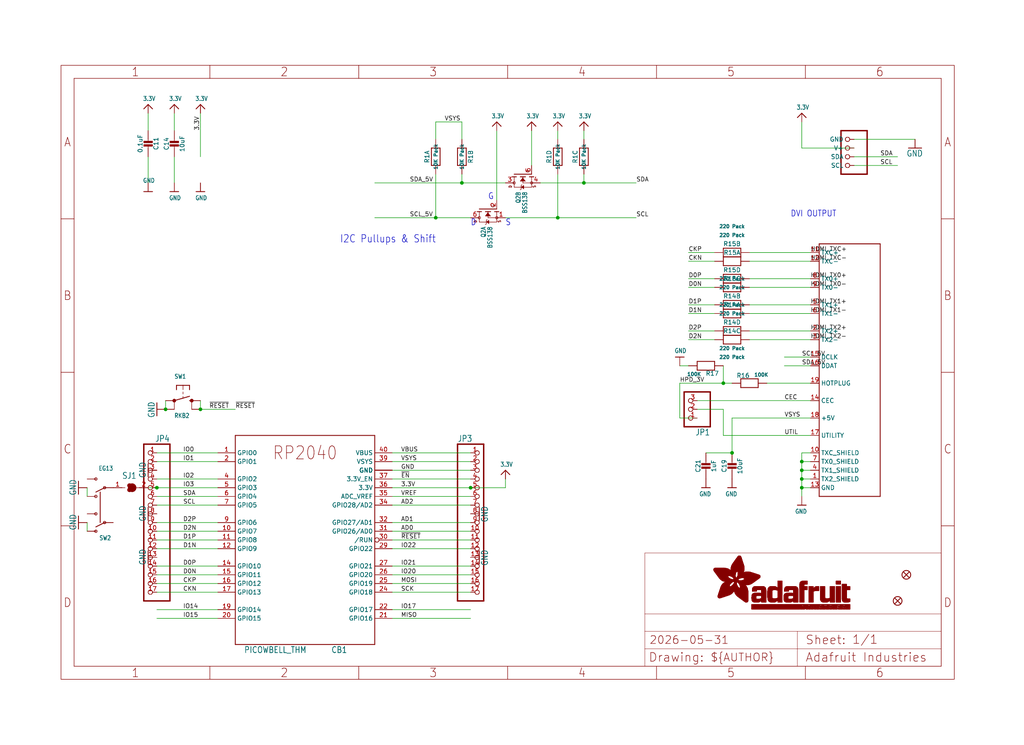
<source format=kicad_sch>
(kicad_sch (version 20230121) (generator eeschema)
  (paper "User" 298.45 217.322)
  (lib_symbols
    (symbol "working-eagle-import:3.3V" (power)
      (property "Value" "3.3V" (at -1.524 1.016 0))
      (symbol "3.3V_1_0"
        (pin power_in line (at 0 -2.54 90) (length 2.54) (name "3.3V") (number "1"))
      )
    )
    (symbol "working-eagle-import:CAP_CERAMIC0603_NO"
      (property "Reference" "C" (at -2.29 1.25 90))
      (symbol "CAP_CERAMIC0603_NO_1_0"
        (pin passive line (at 0 5.08 270) (length 2.54) (name "1") (number "1"))
        (pin passive line (at 0 -2.54 90) (length 2.54) (name "2") (number "2"))
      )
    )
    (symbol "working-eagle-import:CAP_CERAMIC0805-NOOUTLINE"
      (property "Reference" "C" (at -2.29 1.25 90))
      (symbol "CAP_CERAMIC0805-NOOUTLINE_1_0"
        (pin passive line (at 0 5.08 270) (length 2.54) (name "1") (number "1"))
        (pin passive line (at 0 -2.54 90) (length 2.54) (name "2") (number "2"))
      )
    )
    (symbol "working-eagle-import:FIDUCIAL_1MM")
    (symbol "working-eagle-import:FRAME_A4_ADAFRUIT"
      (symbol "FRAME_A4_ADAFRUIT_1_0"
        (text "${#}/${##}" (at 230.505 10.16 0) (effects (font (size 2.54 2.54)) (justify left bottom)))
        (text "${AUTHOR}" (at 189.23 5.08 0) (effects (font (size 2.286 2.286)) (justify left bottom)))
        (text "${CURRENT_DATE}" (at 171.45 10.16 0) (effects (font (size 2.286 2.286)) (justify left bottom)))
        (text "${PROJECTNAME}" (at 171.45 15.24 0) (effects (font (size 2.54 2.54)) (justify left bottom)))
        (text "1" (at 21.6958 1.905 0) (effects (font (size 2.54 2.286))))
        (text "1" (at 21.6958 177.165 0) (effects (font (size 2.54 2.286))))
        (text "2" (at 65.0875 1.905 0) (effects (font (size 2.54 2.286))))
        (text "2" (at 65.0875 177.165 0) (effects (font (size 2.54 2.286))))
        (text "3" (at 108.4792 1.905 0) (effects (font (size 2.54 2.286))))
        (text "3" (at 108.4792 177.165 0) (effects (font (size 2.54 2.286))))
        (text "4" (at 151.8708 1.905 0) (effects (font (size 2.54 2.286))))
        (text "4" (at 151.8708 177.165 0) (effects (font (size 2.54 2.286))))
        (text "5" (at 195.2625 1.905 0) (effects (font (size 2.54 2.286))))
        (text "5" (at 195.2625 177.165 0) (effects (font (size 2.54 2.286))))
        (text "6" (at 238.6542 1.905 0) (effects (font (size 2.54 2.286))))
        (text "6" (at 238.6542 177.165 0) (effects (font (size 2.54 2.286))))
        (text "A" (at 1.905 156.6863 0) (effects (font (size 2.54 2.286))))
        (text "A" (at 258.445 156.6863 0) (effects (font (size 2.54 2.286))))
        (text "Adafruit Industries" (at 216.916 4.953 0) (effects (font (size 2.54 2.54)) (justify left bottom)))
        (text "B" (at 1.905 111.9188 0) (effects (font (size 2.54 2.286))))
        (text "B" (at 258.445 111.9188 0) (effects (font (size 2.54 2.286))))
        (text "C" (at 1.905 67.1513 0) (effects (font (size 2.54 2.286))))
        (text "C" (at 258.445 67.1513 0) (effects (font (size 2.54 2.286))))
        (text "D" (at 1.905 22.3838 0) (effects (font (size 2.54 2.286))))
        (text "D" (at 258.445 22.3838 0) (effects (font (size 2.54 2.286))))
        (text "Drawing:" (at 171.196 4.953 0) (effects (font (size 2.54 2.54)) (justify left bottom)))
        (text "Sheet:" (at 216.916 10.033 0) (effects (font (size 2.54 2.54)) (justify left bottom)))
      )
    )
    (symbol "working-eagle-import:GND" (power)
      (property "Value" "GND" (at -1.524 -2.54 0))
      (symbol "GND_1_0"
        (pin power_in line (at 0 2.54 270) (length 2.54) (name "GND") (number "1"))
      )
    )
    (symbol "working-eagle-import:HDMI_MOLEX_47151_MINI"
      (symbol "HDMI_MOLEX_47151_MINI_1_0"
        (pin power_in line (at -12.7 -33.02 0) (length 2.54) (name "TX2_SHIELD") (number "1"))
        (pin power_in line (at -12.7 -25.4 0) (length 2.54) (name "TXC_SHIELD") (number "10"))
        (pin bidirectional line (at -12.7 33.02 0) (length 2.54) (name "TXC+") (number "11"))
        (pin bidirectional line (at -12.7 30.48 0) (length 2.54) (name "TXC-") (number "12"))
        (pin power_in line (at -12.7 -35.56 0) (length 2.54) (name "GND") (number "13"))
        (pin bidirectional line (at -12.7 -10.16 0) (length 2.54) (name "CEC") (number "14"))
        (pin bidirectional line (at -12.7 2.54 0) (length 2.54) (name "DCLK") (number "15"))
        (pin bidirectional line (at -12.7 0 0) (length 2.54) (name "DDAT") (number "16"))
        (pin bidirectional line (at -12.7 -20.32 0) (length 2.54) (name "UTILITY") (number "17"))
        (pin power_in line (at -12.7 -15.24 0) (length 2.54) (name "+5V") (number "18"))
        (pin bidirectional line (at -12.7 -5.08 0) (length 2.54) (name "HOTPLUG") (number "19"))
        (pin bidirectional line (at -12.7 10.16 0) (length 2.54) (name "TX2+") (number "2"))
        (pin bidirectional line (at -12.7 7.62 0) (length 2.54) (name "TX2-") (number "3"))
        (pin power_in line (at -12.7 -30.48 0) (length 2.54) (name "TX1_SHIELD") (number "4"))
        (pin bidirectional line (at -12.7 17.78 0) (length 2.54) (name "TX1+") (number "5"))
        (pin bidirectional line (at -12.7 15.24 0) (length 2.54) (name "TX1-") (number "6"))
        (pin power_in line (at -12.7 -27.94 0) (length 2.54) (name "TX0_SHIELD") (number "7"))
        (pin bidirectional line (at -12.7 25.4 0) (length 2.54) (name "TX0+") (number "8"))
        (pin bidirectional line (at -12.7 22.86 0) (length 2.54) (name "TX0-") (number "9"))
      )
      (symbol "HDMI_MOLEX_47151_MINI_2_0"
        (pin power_in line (at -7.62 2.54 90) (length 5.08) (name "GND@1") (number "MNT1"))
        (pin power_in line (at -5.08 2.54 90) (length 5.08) (name "GND@2") (number "MNT2"))
        (pin power_in line (at -2.54 2.54 90) (length 5.08) (name "GND@3") (number "MNT3"))
        (pin power_in line (at 0 2.54 90) (length 5.08) (name "GND@4") (number "MNT4"))
      )
    )
    (symbol "working-eagle-import:HEADER-1X17"
      (property "Reference" "JP" (at -1.27 23.495 0))
      (symbol "HEADER-1X17_1_0"
        (pin passive inverted (at 2.54 20.32 0) (length 2.54) (name "1") (number "1"))
        (pin passive inverted (at 2.54 -2.54 0) (length 2.54) (name "10") (number "10"))
        (pin passive inverted (at 2.54 -5.08 0) (length 2.54) (name "11") (number "11"))
        (pin passive inverted (at 2.54 -7.62 0) (length 2.54) (name "12") (number "12"))
        (pin passive inverted (at 2.54 -10.16 0) (length 2.54) (name "13") (number "13"))
        (pin passive inverted (at 2.54 -12.7 0) (length 2.54) (name "14") (number "14"))
        (pin passive inverted (at 2.54 -15.24 0) (length 2.54) (name "15") (number "15"))
        (pin passive inverted (at 2.54 -17.78 0) (length 2.54) (name "16") (number "16"))
        (pin passive inverted (at 2.54 -20.32 0) (length 2.54) (name "17") (number "17"))
        (pin passive inverted (at 2.54 17.78 0) (length 2.54) (name "2") (number "2"))
        (pin passive inverted (at 2.54 15.24 0) (length 2.54) (name "3") (number "3"))
        (pin passive inverted (at 2.54 12.7 0) (length 2.54) (name "4") (number "4"))
        (pin passive inverted (at 2.54 10.16 0) (length 2.54) (name "5") (number "5"))
        (pin passive inverted (at 2.54 7.62 0) (length 2.54) (name "6") (number "6"))
        (pin passive inverted (at 2.54 5.08 0) (length 2.54) (name "7") (number "7"))
        (pin passive inverted (at 2.54 2.54 0) (length 2.54) (name "8") (number "8"))
        (pin passive inverted (at 2.54 0 0) (length 2.54) (name "9") (number "9"))
      )
    )
    (symbol "working-eagle-import:HEADER-1X3ROUND"
      (property "Reference" "JP" (at -6.35 5.715 0))
      (symbol "HEADER-1X3ROUND_1_0"
        (pin passive inverted (at -2.54 2.54 0) (length 2.54) (name "1") (number "1"))
        (pin passive inverted (at -2.54 0 0) (length 2.54) (name "2") (number "2"))
        (pin passive inverted (at -2.54 -2.54 0) (length 2.54) (name "3") (number "3"))
      )
    )
    (symbol "working-eagle-import:MOSFET-N_DUAL"
      (property "Reference" "Q" (at 5.08 0.635 0))
      (symbol "MOSFET-N_DUAL_1_0"
        (text "D" (at 3.175 3.175 0) (effects (font (size 0.8128 0.6908)) (justify left bottom)))
        (text "G" (at -1.27 -1.905 0) (effects (font (size 0.8128 0.6908)) (justify left bottom)))
        (text "S" (at 3.175 -3.81 0) (effects (font (size 0.8128 0.6908)) (justify left bottom)))
        (pin bidirectional line (at 2.54 -5.08 90) (length 2.54) (name "S") (number "1"))
        (pin bidirectional line (at -2.54 -2.54 0) (length 2.54) (name "G") (number "2"))
        (pin bidirectional line (at 2.54 5.08 270) (length 2.54) (name "D") (number "6"))
      )
      (symbol "MOSFET-N_DUAL_2_0"
        (text "D" (at 3.175 3.175 0) (effects (font (size 0.8128 0.6908)) (justify left bottom)))
        (text "G" (at -1.27 -1.905 0) (effects (font (size 0.8128 0.6908)) (justify left bottom)))
        (text "S" (at 3.175 -3.81 0) (effects (font (size 0.8128 0.6908)) (justify left bottom)))
        (pin bidirectional line (at 2.54 5.08 270) (length 2.54) (name "D") (number "3"))
        (pin bidirectional line (at 2.54 -5.08 90) (length 2.54) (name "S") (number "4"))
        (pin bidirectional line (at -2.54 -2.54 0) (length 2.54) (name "G") (number "5"))
      )
    )
    (symbol "working-eagle-import:PICOWBELL_THM"
      (property "Reference" "CB" (at 7.62 -33.02 0))
      (symbol "PICOWBELL_THM_1_0"
        (text "RP2040" (at 0 25.4 0) (effects (font (size 3.81 3.2385))))
        (pin bidirectional line (at -25.4 25.4 0) (length 5.08) (name "GPIO0") (number "1"))
        (pin bidirectional line (at -25.4 2.54 0) (length 5.08) (name "GPIO7") (number "10"))
        (pin bidirectional line (at -25.4 0 0) (length 5.08) (name "GPIO8") (number "11"))
        (pin bidirectional line (at -25.4 -2.54 0) (length 5.08) (name "GPIO9") (number "12"))
        (pin power_in line (at 25.4 20.32 180) (length 5.08) (name "GND") (number "13"))
        (pin bidirectional line (at -25.4 -7.62 0) (length 5.08) (name "GPIO10") (number "14"))
        (pin bidirectional line (at -25.4 -10.16 0) (length 5.08) (name "GPIO11") (number "15"))
        (pin bidirectional line (at -25.4 -12.7 0) (length 5.08) (name "GPIO12") (number "16"))
        (pin bidirectional line (at -25.4 -15.24 0) (length 5.08) (name "GPIO13") (number "17"))
        (pin power_in line (at 25.4 20.32 180) (length 5.08) (name "GND") (number "18"))
        (pin bidirectional line (at -25.4 -20.32 0) (length 5.08) (name "GPIO14") (number "19"))
        (pin bidirectional line (at -25.4 22.86 0) (length 5.08) (name "GPIO1") (number "2"))
        (pin bidirectional line (at -25.4 -22.86 0) (length 5.08) (name "GPIO15") (number "20"))
        (pin bidirectional line (at 25.4 -22.86 180) (length 5.08) (name "GPIO16") (number "21"))
        (pin bidirectional line (at 25.4 -20.32 180) (length 5.08) (name "GPIO17") (number "22"))
        (pin power_in line (at 25.4 20.32 180) (length 5.08) (name "GND") (number "23"))
        (pin bidirectional line (at 25.4 -15.24 180) (length 5.08) (name "GPIO18") (number "24"))
        (pin bidirectional line (at 25.4 -12.7 180) (length 5.08) (name "GPIO19") (number "25"))
        (pin bidirectional line (at 25.4 -10.16 180) (length 5.08) (name "GPIO20") (number "26"))
        (pin bidirectional line (at 25.4 -7.62 180) (length 5.08) (name "GPIO21") (number "27"))
        (pin power_in line (at 25.4 20.32 180) (length 5.08) (name "GND") (number "28"))
        (pin bidirectional line (at 25.4 -2.54 180) (length 5.08) (name "GPIO22") (number "29"))
        (pin power_in line (at 25.4 20.32 180) (length 5.08) (name "GND") (number "3"))
        (pin bidirectional inverted (at 25.4 0 180) (length 5.08) (name "/RUN") (number "30"))
        (pin bidirectional line (at 25.4 2.54 180) (length 5.08) (name "GPIO26/AD0") (number "31"))
        (pin bidirectional line (at 25.4 5.08 180) (length 5.08) (name "GPIO27/AD1") (number "32"))
        (pin power_in line (at 25.4 20.32 180) (length 5.08) (name "GND") (number "33"))
        (pin bidirectional line (at 25.4 10.16 180) (length 5.08) (name "GPIO28/AD2") (number "34"))
        (pin passive line (at 25.4 12.7 180) (length 5.08) (name "ADC_VREF") (number "35"))
        (pin power_in line (at 25.4 15.24 180) (length 5.08) (name "3.3V") (number "36"))
        (pin passive line (at 25.4 17.78 180) (length 5.08) (name "3.3V_EN") (number "37"))
        (pin power_in line (at 25.4 20.32 180) (length 5.08) (name "GND") (number "38"))
        (pin power_in line (at 25.4 22.86 180) (length 5.08) (name "VSYS") (number "39"))
        (pin bidirectional line (at -25.4 17.78 0) (length 5.08) (name "GPIO2") (number "4"))
        (pin power_in line (at 25.4 25.4 180) (length 5.08) (name "VBUS") (number "40"))
        (pin bidirectional line (at -25.4 15.24 0) (length 5.08) (name "GPIO3") (number "5"))
        (pin bidirectional line (at -25.4 12.7 0) (length 5.08) (name "GPIO4") (number "6"))
        (pin bidirectional line (at -25.4 10.16 0) (length 5.08) (name "GPIO5") (number "7"))
        (pin power_in line (at 25.4 20.32 180) (length 5.08) (name "GND") (number "8"))
        (pin bidirectional line (at -25.4 5.08 0) (length 5.08) (name "GPIO6") (number "9"))
      )
    )
    (symbol "working-eagle-import:RESISTOR_0603_NOOUT"
      (property "Reference" "R" (at 0 2.54 0))
      (symbol "RESISTOR_0603_NOOUT_1_0"
        (pin passive line (at -5.08 0 0) (length 2.54) (name "1") (number "1"))
        (pin passive line (at 5.08 0 180) (length 2.54) (name "2") (number "2"))
      )
    )
    (symbol "working-eagle-import:RESISTOR_4PACK"
      (property "Reference" "R" (at 0 2.54 0))
      (symbol "RESISTOR_4PACK_1_0"
        (pin passive line (at -5.08 0 0) (length 2.54) (name "1") (number "1"))
        (pin passive line (at 5.08 0 180) (length 2.54) (name "2") (number "8"))
      )
      (symbol "RESISTOR_4PACK_2_0"
        (pin passive line (at -5.08 0 0) (length 2.54) (name "1") (number "2"))
        (pin passive line (at 5.08 0 180) (length 2.54) (name "2") (number "7"))
      )
      (symbol "RESISTOR_4PACK_3_0"
        (pin passive line (at -5.08 0 0) (length 2.54) (name "1") (number "3"))
        (pin passive line (at 5.08 0 180) (length 2.54) (name "2") (number "6"))
      )
      (symbol "RESISTOR_4PACK_4_0"
        (pin passive line (at -5.08 0 0) (length 2.54) (name "1") (number "4"))
        (pin passive line (at 5.08 0 180) (length 2.54) (name "2") (number "5"))
      )
    )
    (symbol "working-eagle-import:SOLDERJUMPER_CLOSED"
      (property "Reference" "SJ" (at -2.54 2.54 0))
      (symbol "SOLDERJUMPER_CLOSED_1_0"
        (pin passive line (at -5.08 0 0) (length 2.54) (name "1") (number "1"))
        (pin passive line (at 5.08 0 180) (length 2.54) (name "2") (number "2"))
      )
    )
    (symbol "working-eagle-import:STEMMA_I2C_QT"
      (symbol "STEMMA_I2C_QT_1_0"
        (pin passive inverted (at 0 5.08 0) (length 2.54) (name "GND") (number "1"))
        (pin passive inverted (at 0 2.54 0) (length 2.54) (name "V+") (number "2"))
        (pin passive inverted (at 0 0 0) (length 2.54) (name "SDA") (number "3"))
        (pin passive inverted (at 0 -2.54 0) (length 2.54) (name "SCL") (number "4"))
      )
      (symbol "STEMMA_I2C_QT_2_0"
        (pin bidirectional line (at 0 0 0) (length 5.08) (name "MT") (number "MT1"))
      )
      (symbol "STEMMA_I2C_QT_3_0"
        (pin bidirectional line (at 0 0 0) (length 5.08) (name "MT") (number "MT2"))
      )
    )
    (symbol "working-eagle-import:SWITCH_DPDTEG1390"
      (property "Reference" "SW" (at -4.445 8.89 0))
      (symbol "SWITCH_DPDTEG1390_1_0"
        (pin passive line (at 2.54 7.62 180) (length 2.54) (name "O1") (number "O1"))
        (pin passive line (at 2.54 -2.54 180) (length 2.54) (name "O2") (number "O2"))
        (pin passive line (at -5.08 5.08 0) (length 2.54) (name "P1") (number "P1"))
        (pin passive line (at -5.08 -5.08 0) (length 2.54) (name "P2") (number "P2"))
        (pin passive line (at 2.54 2.54 180) (length 2.54) (name "S1") (number "S1"))
        (pin passive line (at 2.54 -7.62 180) (length 2.54) (name "S2") (number "S2"))
      )
    )
    (symbol "working-eagle-import:SWITCH_TACT_SMT_RKB2"
      (property "Reference" "SW" (at -2.54 6.35 0))
      (symbol "SWITCH_TACT_SMT_RKB2_1_0"
        (pin passive line (at -5.08 0 0) (length 2.54) (name "P") (number "A"))
        (pin passive line (at -5.08 -2.54 0) (length 2.54) (name "P1") (number "A'"))
        (pin passive line (at 5.08 0 180) (length 2.54) (name "S") (number "B"))
        (pin passive line (at 5.08 -2.54 180) (length 2.54) (name "S1") (number "B'"))
      )
    )
    (symbol "working-eagle-import:adafruit_power_3.3V" (power)
      (property "Value" "adafruit_power_3.3V" (at -1.524 1.016 0))
      (symbol "adafruit_power_3.3V_1_0"
        (pin power_in line (at 0 -2.54 90) (length 2.54) (name "3.3V") (number "1"))
      )
    )
    (symbol "working-eagle-import:supply1_GND" (power)
      (property "Value" "supply1_GND" (at -2.54 -2.54 0))
      (symbol "supply1_GND_1_0"
        (pin power_in line (at 0 2.54 270) (length 2.54) (name "GND") (number "1"))
      )
    )
  )
  (junction (at 45.72 142.24))
  (junction (at 58.42 119.38))
  (junction (at 233.68 134.62))
  (junction (at 127 63.5))
  (junction (at 162.56 63.5))
  (junction (at 210.82 111.76))
  (junction (at 48.26 119.38))
  (junction (at 213.36 132.08))
  (junction (at 137.16 142.24))
  (junction (at 233.68 137.16))
  (junction (at 170.18 53.34))
  (junction (at 233.68 139.7))
  (junction (at 233.68 142.24))
  (junction (at 134.62 53.34))
  (wire (pts (xy 137.16 147.32) (xy 114.3 147.32)) (stroke (width 0.1524)))
  (wire (pts (xy 127 35.56) (xy 127 40.64)) (stroke (width 0.1524)))
  (wire (pts (xy 236.22 132.08) (xy 233.68 132.08)) (stroke (width 0.1524)))
  (wire (pts (xy 205.74 132.08) (xy 213.36 132.08)) (stroke (width 0.1524)))
  (wire (pts (xy 137.16 139.7) (xy 114.3 139.7)) (stroke (width 0.1524)))
  (wire (pts (xy 134.62 40.64) (xy 134.62 35.56)) (stroke (width 0.1524)))
  (wire (pts (xy 162.56 63.5) (xy 185.42 63.5)) (stroke (width 0.1524)))
  (wire (pts (xy 45.72 144.78) (xy 63.5 144.78)) (stroke (width 0.1524)))
  (wire (pts (xy 137.16 180.34) (xy 114.3 180.34)) (stroke (width 0.1524)))
  (wire (pts (xy 236.22 88.9) (xy 218.44 88.9)) (stroke (width 0.1524)))
  (wire (pts (xy 50.8 45.72) (xy 50.8 53.34)) (stroke (width 0.1524)))
  (wire (pts (xy 208.28 96.52) (xy 200.66 96.52)) (stroke (width 0.1524)))
  (wire (pts (xy 127 63.5) (xy 109.22 63.5)) (stroke (width 0.1524)))
  (wire (pts (xy 162.56 40.64) (xy 162.56 38.1)) (stroke (width 0.1524)))
  (wire (pts (xy 210.82 111.76) (xy 213.36 111.76)) (stroke (width 0.1524)))
  (wire (pts (xy 170.18 50.8) (xy 170.18 53.34)) (stroke (width 0.1524)))
  (wire (pts (xy 137.16 170.18) (xy 114.3 170.18)) (stroke (width 0.1524)))
  (wire (pts (xy 208.28 91.44) (xy 200.66 91.44)) (stroke (width 0.1524)))
  (wire (pts (xy 50.8 33.02) (xy 50.8 38.1)) (stroke (width 0.1524)))
  (wire (pts (xy 43.18 38.1) (xy 43.18 33.02)) (stroke (width 0.1524)))
  (wire (pts (xy 208.28 73.66) (xy 200.66 73.66)) (stroke (width 0.1524)))
  (wire (pts (xy 200.66 99.06) (xy 208.28 99.06)) (stroke (width 0.1524)))
  (wire (pts (xy 233.68 142.24) (xy 233.68 144.78)) (stroke (width 0.1524)))
  (wire (pts (xy 236.22 137.16) (xy 233.68 137.16)) (stroke (width 0.1524)))
  (wire (pts (xy 170.18 53.34) (xy 185.42 53.34)) (stroke (width 0.1524)))
  (wire (pts (xy 137.16 160.02) (xy 114.3 160.02)) (stroke (width 0.1524)))
  (wire (pts (xy 137.16 157.48) (xy 114.3 157.48)) (stroke (width 0.1524)))
  (wire (pts (xy 137.16 154.94) (xy 114.3 154.94)) (stroke (width 0.1524)))
  (wire (pts (xy 233.68 134.62) (xy 233.68 137.16)) (stroke (width 0.1524)))
  (wire (pts (xy 45.72 180.34) (xy 63.5 180.34)) (stroke (width 0.1524)))
  (wire (pts (xy 147.32 53.34) (xy 134.62 53.34)) (stroke (width 0.1524)))
  (wire (pts (xy 147.32 63.5) (xy 162.56 63.5)) (stroke (width 0.1524)))
  (wire (pts (xy 43.18 53.34) (xy 43.18 45.72)) (stroke (width 0.1524)))
  (wire (pts (xy 137.16 152.4) (xy 114.3 152.4)) (stroke (width 0.1524)))
  (wire (pts (xy 25.4 154.94) (xy 25.4 152.4)) (stroke (width 0.1524)))
  (wire (pts (xy 210.82 119.38) (xy 210.82 127)) (stroke (width 0.1524)))
  (wire (pts (xy 236.22 73.66) (xy 218.44 73.66)) (stroke (width 0.1524)))
  (wire (pts (xy 200.66 106.68) (xy 198.12 106.68)) (stroke (width 0.1524)))
  (wire (pts (xy 45.72 165.1) (xy 63.5 165.1)) (stroke (width 0.1524)))
  (wire (pts (xy 233.68 139.7) (xy 233.68 142.24)) (stroke (width 0.1524)))
  (wire (pts (xy 43.18 142.24) (xy 45.72 142.24)) (stroke (width 0.1524)))
  (wire (pts (xy 45.72 177.8) (xy 63.5 177.8)) (stroke (width 0.1524)))
  (wire (pts (xy 236.22 81.28) (xy 218.44 81.28)) (stroke (width 0.1524)))
  (wire (pts (xy 157.48 53.34) (xy 170.18 53.34)) (stroke (width 0.1524)))
  (wire (pts (xy 248.92 43.18) (xy 233.68 43.18)) (stroke (width 0.1524)))
  (wire (pts (xy 134.62 50.8) (xy 134.62 53.34)) (stroke (width 0.1524)))
  (wire (pts (xy 127 50.8) (xy 127 63.5)) (stroke (width 0.1524)))
  (wire (pts (xy 233.68 137.16) (xy 233.68 139.7)) (stroke (width 0.1524)))
  (wire (pts (xy 137.16 132.08) (xy 114.3 132.08)) (stroke (width 0.1524)))
  (wire (pts (xy 203.2 119.38) (xy 210.82 119.38)) (stroke (width 0.1524)))
  (wire (pts (xy 236.22 104.14) (xy 228.6 104.14)) (stroke (width 0.1524)))
  (wire (pts (xy 208.28 83.82) (xy 200.66 83.82)) (stroke (width 0.1524)))
  (wire (pts (xy 134.62 35.56) (xy 127 35.56)) (stroke (width 0.1524)))
  (wire (pts (xy 213.36 132.08) (xy 213.36 121.92)) (stroke (width 0.1524)))
  (wire (pts (xy 203.2 116.84) (xy 236.22 116.84)) (stroke (width 0.1524)))
  (wire (pts (xy 208.28 88.9) (xy 200.66 88.9)) (stroke (width 0.1524)))
  (wire (pts (xy 45.72 160.02) (xy 63.5 160.02)) (stroke (width 0.1524)))
  (wire (pts (xy 248.92 45.72) (xy 261.62 45.72)) (stroke (width 0.1524)))
  (wire (pts (xy 236.22 139.7) (xy 233.68 139.7)) (stroke (width 0.1524)))
  (wire (pts (xy 200.66 76.2) (xy 208.28 76.2)) (stroke (width 0.1524)))
  (wire (pts (xy 208.28 81.28) (xy 200.66 81.28)) (stroke (width 0.1524)))
  (wire (pts (xy 213.36 121.92) (xy 236.22 121.92)) (stroke (width 0.1524)))
  (wire (pts (xy 134.62 53.34) (xy 109.22 53.34)) (stroke (width 0.1524)))
  (wire (pts (xy 248.92 48.26) (xy 261.62 48.26)) (stroke (width 0.1524)))
  (wire (pts (xy 233.68 132.08) (xy 233.68 134.62)) (stroke (width 0.1524)))
  (wire (pts (xy 248.92 40.64) (xy 266.7 40.64)) (stroke (width 0.1524)))
  (wire (pts (xy 45.72 157.48) (xy 63.5 157.48)) (stroke (width 0.1524)))
  (wire (pts (xy 137.16 177.8) (xy 114.3 177.8)) (stroke (width 0.1524)))
  (wire (pts (xy 236.22 83.82) (xy 218.44 83.82)) (stroke (width 0.1524)))
  (wire (pts (xy 210.82 111.76) (xy 210.82 106.68)) (stroke (width 0.1524)))
  (wire (pts (xy 45.72 132.08) (xy 63.5 132.08)) (stroke (width 0.1524)))
  (wire (pts (xy 58.42 116.84) (xy 58.42 119.38)) (stroke (width 0.1524)))
  (wire (pts (xy 45.72 154.94) (xy 63.5 154.94)) (stroke (width 0.1524)))
  (wire (pts (xy 233.68 43.18) (xy 233.68 35.56)) (stroke (width 0.1524)))
  (wire (pts (xy 236.22 142.24) (xy 233.68 142.24)) (stroke (width 0.1524)))
  (wire (pts (xy 137.16 142.24) (xy 114.3 142.24)) (stroke (width 0.1524)))
  (wire (pts (xy 170.18 40.64) (xy 170.18 38.1)) (stroke (width 0.1524)))
  (wire (pts (xy 203.2 121.92) (xy 198.12 121.92)) (stroke (width 0.1524)))
  (wire (pts (xy 45.72 170.18) (xy 63.5 170.18)) (stroke (width 0.1524)))
  (wire (pts (xy 236.22 76.2) (xy 218.44 76.2)) (stroke (width 0.1524)))
  (wire (pts (xy 45.72 172.72) (xy 63.5 172.72)) (stroke (width 0.1524)))
  (wire (pts (xy 162.56 50.8) (xy 162.56 63.5)) (stroke (width 0.1524)))
  (wire (pts (xy 210.82 127) (xy 236.22 127)) (stroke (width 0.1524)))
  (wire (pts (xy 58.42 45.72) (xy 58.42 33.02)) (stroke (width 0.1524)))
  (wire (pts (xy 236.22 91.44) (xy 218.44 91.44)) (stroke (width 0.1524)))
  (wire (pts (xy 45.72 134.62) (xy 63.5 134.62)) (stroke (width 0.1524)))
  (wire (pts (xy 137.16 144.78) (xy 114.3 144.78)) (stroke (width 0.1524)))
  (wire (pts (xy 45.72 152.4) (xy 63.5 152.4)) (stroke (width 0.1524)))
  (wire (pts (xy 154.94 48.26) (xy 154.94 38.1)) (stroke (width 0.1524)))
  (wire (pts (xy 137.16 165.1) (xy 114.3 165.1)) (stroke (width 0.1524)))
  (wire (pts (xy 236.22 134.62) (xy 233.68 134.62)) (stroke (width 0.1524)))
  (wire (pts (xy 45.72 167.64) (xy 63.5 167.64)) (stroke (width 0.1524)))
  (wire (pts (xy 198.12 111.76) (xy 210.82 111.76)) (stroke (width 0.1524)))
  (wire (pts (xy 223.52 111.76) (xy 236.22 111.76)) (stroke (width 0.1524)))
  (wire (pts (xy 198.12 121.92) (xy 198.12 111.76)) (stroke (width 0.1524)))
  (wire (pts (xy 137.16 142.24) (xy 147.32 142.24)) (stroke (width 0.1524)))
  (wire (pts (xy 137.16 134.62) (xy 114.3 134.62)) (stroke (width 0.1524)))
  (wire (pts (xy 236.22 99.06) (xy 218.44 99.06)) (stroke (width 0.1524)))
  (wire (pts (xy 45.72 142.24) (xy 63.5 142.24)) (stroke (width 0.1524)))
  (wire (pts (xy 45.72 147.32) (xy 63.5 147.32)) (stroke (width 0.1524)))
  (wire (pts (xy 137.16 63.5) (xy 127 63.5)) (stroke (width 0.1524)))
  (wire (pts (xy 137.16 137.16) (xy 114.3 137.16)) (stroke (width 0.1524)))
  (wire (pts (xy 58.42 119.38) (xy 68.58 119.38)) (stroke (width 0.1524)))
  (wire (pts (xy 137.16 172.72) (xy 114.3 172.72)) (stroke (width 0.1524)))
  (wire (pts (xy 144.78 58.42) (xy 144.78 38.1)) (stroke (width 0.1524)))
  (wire (pts (xy 228.6 106.68) (xy 236.22 106.68)) (stroke (width 0.1524)))
  (wire (pts (xy 236.22 96.52) (xy 218.44 96.52)) (stroke (width 0.1524)))
  (wire (pts (xy 147.32 142.24) (xy 147.32 139.7)) (stroke (width 0.1524)))
  (wire (pts (xy 137.16 167.64) (xy 114.3 167.64)) (stroke (width 0.1524)))
  (wire (pts (xy 48.26 119.38) (xy 48.26 116.84)) (stroke (width 0.1524)))
  (wire (pts (xy 45.72 139.7) (xy 63.5 139.7)) (stroke (width 0.1524)))
  (wire (pts (xy 25.4 144.78) (xy 25.4 142.24)) (stroke (width 0.1524)))
  (text "G" (at 142.24 58.42 0) (effects (font (size 1.778 1.5113)) (justify left bottom)))
  (text "I2C Pullups & Shift" (at 99.06 71.12 0) (effects (font (size 2.1844 1.8567)) (justify left bottom)))
  (text "S" (at 147.32 66.04 0) (effects (font (size 1.778 1.5113)) (justify left bottom)))
  (text "D" (at 137.16 66.04 0) (effects (font (size 1.778 1.5113)) (justify left bottom)))
  (text "DVI OUTPUT" (at 243.84 63.5 0) (effects (font (size 1.778 1.5113)) (justify right bottom)))
  (label "SCL_5V" (at 233.68 104.14 0) (effects (font (size 1.2446 1.2446))))
  (label "D0N" (at 53.34 167.64 0) (effects (font (size 1.2446 1.2446))))
  (label "AD0" (at 116.84 154.94 0) (effects (font (size 1.2446 1.2446))))
  (label "SCL" (at 53.34 147.32 0) (effects (font (size 1.2446 1.2446))))
  (label "D2N" (at 53.34 154.94 0) (effects (font (size 1.2446 1.2446))))
  (label "HDMI_TXC-" (at 236.22 76.2 0) (effects (font (size 1.2446 1.2446))))
  (label "HDMI_TX0-" (at 236.22 83.82 0) (effects (font (size 1.2446 1.2446))))
  (label "VBUS" (at 116.84 132.08 0) (effects (font (size 1.2446 1.2446))))
  (label "CKP" (at 200.66 73.66 0) (effects (font (size 1.2446 1.2446))))
  (label "IO21" (at 116.84 165.1 0) (effects (font (size 1.2446 1.2446))))
  (label "HDMI_TXC+" (at 236.22 73.66 0) (effects (font (size 1.2446 1.2446))))
  (label "HDMI_TX1+" (at 236.22 88.9 0) (effects (font (size 1.2446 1.2446))))
  (label "3.3V" (at 58.42 38.1 90) (effects (font (size 1.2446 1.2446))))
  (label "~{RESET}" (at 116.84 157.48 0) (effects (font (size 1.2446 1.2446))))
  (label "IO17" (at 116.84 177.8 0) (effects (font (size 1.2446 1.2446))))
  (label "AD2" (at 116.84 147.32 0) (effects (font (size 1.2446 1.2446))))
  (label "SCK" (at 116.84 172.72 0) (effects (font (size 1.2446 1.2446))))
  (label "IO0" (at 53.34 132.08 0) (effects (font (size 1.2446 1.2446))))
  (label "VSYS" (at 116.84 134.62 0) (effects (font (size 1.2446 1.2446))))
  (label "SCL" (at 256.54 48.26 0) (effects (font (size 1.2446 1.2446))))
  (label "D0N" (at 200.66 83.82 0) (effects (font (size 1.2446 1.2446))))
  (label "CKN" (at 53.34 172.72 0) (effects (font (size 1.2446 1.2446))))
  (label "MISO" (at 116.84 180.34 0) (effects (font (size 1.2446 1.2446))))
  (label "D1P" (at 200.66 88.9 0) (effects (font (size 1.2446 1.2446))))
  (label "SDA" (at 185.42 53.34 0) (effects (font (size 1.2446 1.2446))))
  (label "~{RESET}" (at 60.96 119.38 0) (effects (font (size 1.2446 1.2446))))
  (label "AD1" (at 116.84 152.4 0) (effects (font (size 1.2446 1.2446))))
  (label "VSYS" (at 129.54 35.56 0) (effects (font (size 1.2446 1.2446))))
  (label "D2P" (at 200.66 96.52 0) (effects (font (size 1.2446 1.2446))))
  (label "SDA_5V" (at 233.68 106.68 0) (effects (font (size 1.2446 1.2446))))
  (label "VSYS" (at 228.6 121.92 0) (effects (font (size 1.2446 1.2446))))
  (label "D1N" (at 53.34 160.02 0) (effects (font (size 1.2446 1.2446))))
  (label "IO3" (at 53.34 142.24 0) (effects (font (size 1.2446 1.2446))))
  (label "IO22" (at 116.84 160.02 0) (effects (font (size 1.2446 1.2446))))
  (label "IO1" (at 53.34 134.62 0) (effects (font (size 1.2446 1.2446))))
  (label "D2P" (at 53.34 152.4 0) (effects (font (size 1.2446 1.2446))))
  (label "SCL_5V" (at 119.38 63.5 0) (effects (font (size 1.2446 1.2446))))
  (label "~{RESET}" (at 68.58 119.38 0) (effects (font (size 1.2446 1.2446))))
  (label "D0P" (at 53.34 165.1 0) (effects (font (size 1.2446 1.2446))))
  (label "D2N" (at 200.66 99.06 0) (effects (font (size 1.2446 1.2446))))
  (label "VREF" (at 116.84 144.78 0) (effects (font (size 1.2446 1.2446))))
  (label "HDMI_TX0+" (at 236.22 81.28 0) (effects (font (size 1.2446 1.2446))))
  (label "D0P" (at 200.66 81.28 0) (effects (font (size 1.2446 1.2446))))
  (label "D1N" (at 200.66 91.44 0) (effects (font (size 1.2446 1.2446))))
  (label "IO15" (at 53.34 180.34 0) (effects (font (size 1.2446 1.2446))))
  (label "IO14" (at 53.34 177.8 0) (effects (font (size 1.2446 1.2446))))
  (label "~{EN}" (at 116.84 139.7 0) (effects (font (size 1.2446 1.2446))))
  (label "3.3V" (at 116.84 142.24 0) (effects (font (size 1.2446 1.2446))))
  (label "GND" (at 116.84 137.16 0) (effects (font (size 1.2446 1.2446))))
  (label "SDA_5V" (at 119.38 53.34 0) (effects (font (size 1.2446 1.2446))))
  (label "IO20" (at 116.84 167.64 0) (effects (font (size 1.2446 1.2446))))
  (label "HDMI_TX2+" (at 236.22 96.52 0) (effects (font (size 1.2446 1.2446))))
  (label "MOSI" (at 116.84 170.18 0) (effects (font (size 1.2446 1.2446))))
  (label "HDMI_TX2-" (at 236.22 99.06 0) (effects (font (size 1.2446 1.2446))))
  (label "IO2" (at 53.34 139.7 0) (effects (font (size 1.2446 1.2446))))
  (label "SDA" (at 256.54 45.72 0) (effects (font (size 1.2446 1.2446))))
  (label "HDMI_TX1-" (at 236.22 91.44 0) (effects (font (size 1.2446 1.2446))))
  (label "HPD_3V" (at 198.12 111.76 0) (effects (font (size 1.2446 1.2446))))
  (label "CEC" (at 228.6 116.84 0) (effects (font (size 1.2446 1.2446))))
  (label "SDA" (at 53.34 144.78 0) (effects (font (size 1.2446 1.2446))))
  (label "CKN" (at 200.66 76.2 0) (effects (font (size 1.2446 1.2446))))
  (label "D1P" (at 53.34 157.48 0) (effects (font (size 1.2446 1.2446))))
  (label "UTIL" (at 228.6 127 0) (effects (font (size 1.2446 1.2446))))
  (label "CKP" (at 53.34 170.18 0) (effects (font (size 1.2446 1.2446))))
  (label "SCL" (at 185.42 63.5 0) (effects (font (size 1.2446 1.2446))))
  (symbol (lib_id "working-eagle-import:RESISTOR_4PACK") (at 213.36 83.82 0) (mirror y) (unit 3)
    (property "Reference" "R15" (at 213.36 81.28 0))
    (property "Value" "220 Pack" (at 213.36 83.82 0) (effects (font (size 1.016 1.016) bold)))
    (property "Footprint" "working:RESPACK_4X0603" (effects hide))
  )
  (symbol (lib_id "working-eagle-import:supply1_GND") (at 139.7 149.86 90) (unit 1)
    (property "Reference" "#GND1" (effects hide))
    (property "Value" "GND" (at 142.24 152.4 0) (effects (font (size 1.778 1.5113)) (justify left bottom)))
  )
  (symbol (lib_id "working-eagle-import:GND") (at 198.12 104.14 0) (mirror x) (unit 1)
    (property "Reference" "#U$2" (effects hide))
    (property "Value" "GND" (at 196.596 101.6 0) (effects (font (size 1.27 1.0795)) (justify left bottom)))
  )
  (symbol (lib_id "working-eagle-import:FRAME_A4_ADAFRUIT") (at 17.78 198.12 0) (unit 1)
    (property "Reference" "#FRAME0" (effects hide))
    (property "Value" "FRAME_A4_ADAFRUIT" (effects hide))
  )
  (symbol (lib_id "working-eagle-import:adafruit_power_3.3V") (at 233.68 33.02 0) (unit 1)
    (property "Reference" "#U$3" (effects hide))
    (property "Value" "3.3V" (at 232.156 32.004 0) (effects (font (size 1.27 1.0795)) (justify left bottom)))
  )
  (symbol (lib_id "working-eagle-import:RESISTOR_4PACK") (at 162.56 45.72 90) (unit 4)
    (property "Reference" "R1" (at 160.02 45.72 0))
    (property "Value" "10K Pack" (at 162.56 45.72 0) (effects (font (size 1.016 1.016) bold)))
    (property "Footprint" "working:RESPACK_4X0603" (effects hide))
  )
  (symbol (lib_id "working-eagle-import:adafruit_power_3.3V") (at 147.32 137.16 0) (unit 1)
    (property "Reference" "#U$4" (effects hide))
    (property "Value" "3.3V" (at 145.796 136.144 0) (effects (font (size 1.27 1.0795)) (justify left bottom)))
  )
  (symbol (lib_id "working-eagle-import:supply1_GND") (at 43.18 162.56 270) (unit 1)
    (property "Reference" "#GND5" (effects hide))
    (property "Value" "GND" (at 40.64 160.02 0) (effects (font (size 1.778 1.5113)) (justify left bottom)))
  )
  (symbol (lib_id "working-eagle-import:GND") (at 50.8 55.88 0) (unit 1)
    (property "Reference" "#U$16" (effects hide))
    (property "Value" "GND" (at 49.276 58.42 0) (effects (font (size 1.27 1.0795)) (justify left bottom)))
  )
  (symbol (lib_id "working-eagle-import:supply1_GND") (at 43.18 137.16 270) (unit 1)
    (property "Reference" "#GND7" (effects hide))
    (property "Value" "GND" (at 40.64 134.62 0) (effects (font (size 1.778 1.5113)) (justify left bottom)))
  )
  (symbol (lib_id "working-eagle-import:SWITCH_DPDTEG1390") (at 27.94 147.32 180) (unit 1)
    (property "Reference" "SW2" (at 32.385 156.21 0) (effects (font (size 1.27 1.0795)) (justify left bottom)))
    (property "Value" "EG13" (at 33.02 135.89 0) (effects (font (size 1.27 1.0795)) (justify left bottom)))
    (property "Footprint" "working:EG1390" (effects hide))
  )
  (symbol (lib_id "working-eagle-import:supply1_GND") (at 22.86 142.24 270) (unit 1)
    (property "Reference" "#GND3" (effects hide))
    (property "Value" "GND" (at 20.32 139.7 0) (effects (font (size 1.778 1.5113)) (justify left bottom)))
  )
  (symbol (lib_id "working-eagle-import:GND") (at 213.36 142.24 0) (mirror y) (unit 1)
    (property "Reference" "#U$45" (effects hide))
    (property "Value" "GND" (at 214.884 144.78 0) (effects (font (size 1.27 1.0795)) (justify left bottom)))
  )
  (symbol (lib_id "working-eagle-import:MOSFET-N_DUAL") (at 142.24 60.96 90) (mirror x) (unit 1)
    (property "Reference" "Q2" (at 141.605 66.04 0) (effects (font (size 1.27 1.0795)) (justify left bottom)))
    (property "Value" "BSS138" (at 143.51 66.04 0) (effects (font (size 1.27 1.0795)) (justify left bottom)))
    (property "Footprint" "working:SOT363" (effects hide))
  )
  (symbol (lib_id "working-eagle-import:RESISTOR_4PACK") (at 134.62 45.72 270) (unit 2)
    (property "Reference" "R1" (at 137.16 45.72 0))
    (property "Value" "10K Pack" (at 134.62 45.72 0) (effects (font (size 1.016 1.016) bold)))
    (property "Footprint" "working:RESPACK_4X0603" (effects hide))
  )
  (symbol (lib_id "working-eagle-import:adafruit_power_3.3V") (at 170.18 35.56 0) (unit 1)
    (property "Reference" "#U$9" (effects hide))
    (property "Value" "3.3V" (at 168.656 34.544 0) (effects (font (size 1.27 1.0795)) (justify left bottom)))
  )
  (symbol (lib_id "working-eagle-import:RESISTOR_0603_NOOUT") (at 205.74 106.68 180) (unit 1)
    (property "Reference" "R17" (at 209.55 108.1786 0) (effects (justify left bottom)))
    (property "Value" "100K" (at 204.47 108.458 0) (effects (font (size 1.016 1.016) bold) (justify left bottom)))
    (property "Footprint" "working:0603-NO" (effects hide))
  )
  (symbol (lib_id "working-eagle-import:supply1_GND") (at 43.18 149.86 270) (unit 1)
    (property "Reference" "#GND6" (effects hide))
    (property "Value" "GND" (at 40.64 147.32 0) (effects (font (size 1.778 1.5113)) (justify left bottom)))
  )
  (symbol (lib_id "working-eagle-import:RESISTOR_4PACK") (at 213.36 88.9 0) (mirror y) (unit 2)
    (property "Reference" "R14" (at 213.36 86.36 0))
    (property "Value" "220 Pack" (at 213.36 88.9 0) (effects (font (size 1.016 1.016) bold)))
    (property "Footprint" "working:RESPACK_4X0603" (effects hide))
  )
  (symbol (lib_id "working-eagle-import:CAP_CERAMIC0603_NO") (at 205.74 137.16 0) (unit 1)
    (property "Reference" "C21" (at 203.45 135.91 90))
    (property "Value" "1uF" (at 208.04 135.91 90))
    (property "Footprint" "working:0603-NO" (effects hide))
  )
  (symbol (lib_id "working-eagle-import:GND") (at 43.18 55.88 0) (unit 1)
    (property "Reference" "#U$14" (effects hide))
    (property "Value" "GND" (at 41.656 53.34 0) (effects (font (size 1.27 1.0795)) (justify left bottom)))
  )
  (symbol (lib_id "working-eagle-import:CAP_CERAMIC0603_NO") (at 43.18 40.64 180) (unit 1)
    (property "Reference" "C11" (at 45.47 41.89 90))
    (property "Value" "0.1uF" (at 40.88 41.89 90))
    (property "Footprint" "working:0603-NO" (effects hide))
  )
  (symbol (lib_id "working-eagle-import:RESISTOR_4PACK") (at 213.36 99.06 0) (mirror y) (unit 3)
    (property "Reference" "R14" (at 213.36 96.52 0))
    (property "Value" "220 Pack" (at 213.36 101.6 0) (effects (font (size 1.016 1.016) bold)))
    (property "Footprint" "working:RESPACK_4X0603" (effects hide))
  )
  (symbol (lib_id "working-eagle-import:adafruit_power_3.3V") (at 162.56 35.56 0) (unit 1)
    (property "Reference" "#U$8" (effects hide))
    (property "Value" "3.3V" (at 161.036 34.544 0) (effects (font (size 1.27 1.0795)) (justify left bottom)))
  )
  (symbol (lib_id "working-eagle-import:RESISTOR_4PACK") (at 213.36 91.44 0) (mirror y) (unit 1)
    (property "Reference" "R14" (at 213.36 88.9 0))
    (property "Value" "220 Pack" (at 213.36 91.44 0) (effects (font (size 1.016 1.016) bold)))
    (property "Footprint" "working:RESPACK_4X0603" (effects hide))
  )
  (symbol (lib_id "working-eagle-import:CAP_CERAMIC0805-NOOUTLINE") (at 50.8 43.18 0) (unit 1)
    (property "Reference" "C14" (at 48.51 41.93 90))
    (property "Value" "10uF" (at 53.1 41.93 90))
    (property "Footprint" "working:0805-NO" (effects hide))
  )
  (symbol (lib_id "working-eagle-import:adafruit_power_3.3V") (at 144.78 35.56 0) (unit 1)
    (property "Reference" "#U$5" (effects hide))
    (property "Value" "3.3V" (at 143.256 34.544 0) (effects (font (size 1.27 1.0795)) (justify left bottom)))
  )
  (symbol (lib_id "working-eagle-import:RESISTOR_4PACK") (at 127 45.72 90) (mirror x) (unit 1)
    (property "Reference" "R1" (at 124.46 45.72 0))
    (property "Value" "10K Pack" (at 127 45.72 0) (effects (font (size 1.016 1.016) bold)))
    (property "Footprint" "working:RESPACK_4X0603" (effects hide))
  )
  (symbol (lib_id "working-eagle-import:MOSFET-N_DUAL") (at 152.4 50.8 90) (mirror x) (unit 2)
    (property "Reference" "Q2" (at 151.765 55.88 0) (effects (font (size 1.27 1.0795)) (justify left bottom)))
    (property "Value" "BSS138" (at 153.67 55.88 0) (effects (font (size 1.27 1.0795)) (justify left bottom)))
    (property "Footprint" "working:SOT363" (effects hide))
  )
  (symbol (lib_id "working-eagle-import:3.3V") (at 58.42 30.48 0) (unit 1)
    (property "Reference" "#U$24" (effects hide))
    (property "Value" "3.3V" (at 56.896 29.464 0) (effects (font (size 1.27 1.0795)) (justify left bottom)))
  )
  (symbol (lib_id "working-eagle-import:3.3V") (at 50.8 30.48 0) (unit 1)
    (property "Reference" "#U$30" (effects hide))
    (property "Value" "3.3V" (at 49.276 29.464 0) (effects (font (size 1.27 1.0795)) (justify left bottom)))
  )
  (symbol (lib_id "working-eagle-import:supply1_GND") (at 139.7 162.56 90) (unit 1)
    (property "Reference" "#GND2" (effects hide))
    (property "Value" "GND" (at 142.24 165.1 0) (effects (font (size 1.778 1.5113)) (justify left bottom)))
  )
  (symbol (lib_id "working-eagle-import:GND") (at 233.68 147.32 0) (mirror y) (unit 1)
    (property "Reference" "#U$28" (effects hide))
    (property "Value" "GND" (at 235.204 149.86 0) (effects (font (size 1.27 1.0795)) (justify left bottom)))
  )
  (symbol (lib_id "working-eagle-import:SOLDERJUMPER_CLOSED") (at 38.1 142.24 0) (unit 1)
    (property "Reference" "SJ1" (at 35.56 139.7 0) (effects (font (size 1.778 1.5113)) (justify left bottom)))
    (property "Value" "SOLDERJUMPER_CLOSED" (effects hide))
    (property "Footprint" "working:SOLDERJUMPER_CLOSEDWIRE" (effects hide))
  )
  (symbol (lib_id "working-eagle-import:STEMMA_I2C_QT") (at 248.92 45.72 0) (mirror y) (unit 1)
    (property "Reference" "CONN1" (effects hide))
    (property "Value" "STEMMA_I2C_QT" (effects hide))
    (property "Footprint" "working:JST_SH4" (effects hide))
  )
  (symbol (lib_id "working-eagle-import:RESISTOR_4PACK") (at 213.36 73.66 0) (mirror y) (unit 2)
    (property "Reference" "R15" (at 213.36 71.12 0))
    (property "Value" "220 Pack" (at 213.36 68.58 0) (effects (font (size 1.016 1.016) bold)))
    (property "Footprint" "working:RESPACK_4X0603" (effects hide))
  )
  (symbol (lib_id "working-eagle-import:3.3V") (at 43.18 30.48 0) (unit 1)
    (property "Reference" "#U$29" (effects hide))
    (property "Value" "3.3V" (at 41.656 29.464 0) (effects (font (size 1.27 1.0795)) (justify left bottom)))
  )
  (symbol (lib_id "working-eagle-import:RESISTOR_4PACK") (at 213.36 96.52 0) (mirror y) (unit 4)
    (property "Reference" "R14" (at 213.36 93.98 0))
    (property "Value" "220 Pack" (at 213.36 104.14 0) (effects (font (size 1.016 1.016) bold)))
    (property "Footprint" "working:RESPACK_4X0603" (effects hide))
  )
  (symbol (lib_id "working-eagle-import:GND") (at 58.42 55.88 0) (unit 1)
    (property "Reference" "#U$6" (effects hide))
    (property "Value" "GND" (at 56.896 58.42 0) (effects (font (size 1.27 1.0795)) (justify left bottom)))
  )
  (symbol (lib_id "working-eagle-import:RESISTOR_4PACK") (at 170.18 45.72 90) (unit 3)
    (property "Reference" "R1" (at 167.64 45.72 0))
    (property "Value" "10K Pack" (at 170.18 45.72 0) (effects (font (size 1.016 1.016) bold)))
    (property "Footprint" "working:RESPACK_4X0603" (effects hide))
  )
  (symbol (lib_id "working-eagle-import:supply1_GND") (at 22.86 152.4 270) (unit 1)
    (property "Reference" "#GND4" (effects hide))
    (property "Value" "GND" (at 20.32 149.86 0) (effects (font (size 1.778 1.5113)) (justify left bottom)))
  )
  (symbol (lib_id "working-eagle-import:RESISTOR_0603_NOOUT") (at 218.44 111.76 0) (unit 1)
    (property "Reference" "R16" (at 214.63 110.2614 0) (effects (justify left bottom)))
    (property "Value" "100K" (at 219.71 109.982 0) (effects (font (size 1.016 1.016) bold) (justify left bottom)))
    (property "Footprint" "working:0603-NO" (effects hide))
  )
  (symbol (lib_id "working-eagle-import:FIDUCIAL_1MM") (at 264.16 167.64 0) (unit 1)
    (property "Reference" "FID1" (effects hide))
    (property "Value" "FIDUCIAL_1MM" (effects hide))
    (property "Footprint" "working:FIDUCIAL_1MM" (effects hide))
  )
  (symbol (lib_id "working-eagle-import:supply1_GND") (at 45.72 119.38 270) (mirror x) (unit 1)
    (property "Reference" "#GND8" (effects hide))
    (property "Value" "GND" (at 43.18 121.92 0) (effects (font (size 1.778 1.5113)) (justify left bottom)))
  )
  (symbol (lib_id "working-eagle-import:supply1_GND") (at 266.7 43.18 0) (unit 1)
    (property "Reference" "#GND9" (effects hide))
    (property "Value" "GND" (at 264.16 45.72 0) (effects (font (size 1.778 1.5113)) (justify left bottom)))
  )
  (symbol (lib_id "working-eagle-import:adafruit_power_3.3V") (at 154.94 35.56 0) (unit 1)
    (property "Reference" "#U$7" (effects hide))
    (property "Value" "3.3V" (at 153.416 34.544 0) (effects (font (size 1.27 1.0795)) (justify left bottom)))
  )
  (symbol (lib_id "working-eagle-import:PICOWBELL_THM") (at 88.9 157.48 0) (unit 1)
    (property "Reference" "CB1" (at 96.52 190.5 0) (effects (font (size 1.778 1.5113)) (justify left bottom)))
    (property "Value" "PICOWBELL_THM" (at 71.12 190.5 0) (effects (font (size 1.778 1.5113)) (justify left bottom)))
    (property "Footprint" "working:PICOWBELL_THM" (effects hide))
  )
  (symbol (lib_id "working-eagle-import:RESISTOR_4PACK") (at 213.36 81.28 0) (mirror y) (unit 4)
    (property "Reference" "R15" (at 213.36 78.74 0))
    (property "Value" "220 Pack" (at 213.36 81.28 0) (effects (font (size 1.016 1.016) bold)))
    (property "Footprint" "working:RESPACK_4X0603" (effects hide))
  )
  (symbol (lib_id "working-eagle-import:HEADER-1X17") (at 48.26 152.4 0) (mirror y) (unit 1)
    (property "Reference" "JP4" (at 49.53 128.905 0) (effects (font (size 1.778 1.5113)) (justify left bottom)))
    (property "Value" "HEADER-1X17" (effects hide))
    (property "Footprint" "working:1X17_ROUND70" (effects hide))
  )
  (symbol (lib_id "working-eagle-import:HEADER-1X17") (at 134.62 152.4 0) (unit 1)
    (property "Reference" "JP3" (at 133.35 128.905 0) (effects (font (size 1.778 1.5113)) (justify left bottom)))
    (property "Value" "HEADER-1X17" (effects hide))
    (property "Footprint" "working:1X17_ROUND70" (effects hide))
  )
  (symbol (lib_id "working-eagle-import:HDMI_MOLEX_47151_MINI") (at 248.92 106.68 0) (unit 1)
    (property "Reference" "X2" (effects hide))
    (property "Value" "47151-0001" (effects hide))
    (property "Footprint" "working:MINIHDMI_CNCTECH" (effects hide))
  )
  (symbol (lib_id "working-eagle-import:SWITCH_TACT_SMT_RKB2") (at 53.34 116.84 0) (unit 1)
    (property "Reference" "SW1" (at 50.8 110.49 0) (effects (font (size 1.27 1.0795)) (justify left bottom)))
    (property "Value" "RKB2" (at 50.8 121.92 0) (effects (font (size 1.27 1.0795)) (justify left bottom)))
    (property "Footprint" "working:BTN_RKB2_4.6X2.8" (effects hide))
  )
  (symbol (lib_id "working-eagle-import:RESISTOR_4PACK") (at 213.36 76.2 0) (mirror y) (unit 1)
    (property "Reference" "R15" (at 213.36 73.66 0))
    (property "Value" "220 Pack" (at 213.36 66.04 0) (effects (font (size 1.016 1.016) bold)))
    (property "Footprint" "working:RESPACK_4X0603" (effects hide))
  )
  (symbol (lib_id "working-eagle-import:CAP_CERAMIC0805-NOOUTLINE") (at 213.36 137.16 0) (unit 1)
    (property "Reference" "C19" (at 211.07 135.91 90))
    (property "Value" "10uF" (at 215.66 135.91 90))
    (property "Footprint" "working:0805-NO" (effects hide))
    (property "REV" "A" (effects hide))
  )
  (symbol (lib_id "working-eagle-import:HEADER-1X3ROUND") (at 200.66 119.38 180) (unit 1)
    (property "Reference" "JP1" (at 207.01 125.095 0) (effects (font (size 1.778 1.5113)) (justify left bottom)))
    (property "Value" "HEADER-1X3ROUND" (effects hide))
    (property "Footprint" "working:1X03_ROUND" (effects hide))
  )
  (symbol (lib_id "working-eagle-import:FIDUCIAL_1MM") (at 261.62 175.26 0) (unit 1)
    (property "Reference" "FID2" (effects hide))
    (property "Value" "FIDUCIAL_1MM" (effects hide))
    (property "Footprint" "working:FIDUCIAL_1MM" (effects hide))
  )
  (symbol (lib_id "working-eagle-import:GND") (at 205.74 142.24 0) (mirror y) (unit 1)
    (property "Reference" "#U$43" (effects hide))
    (property "Value" "GND" (at 207.264 144.78 0) (effects (font (size 1.27 1.0795)) (justify left bottom)))
  )
)
</source>
